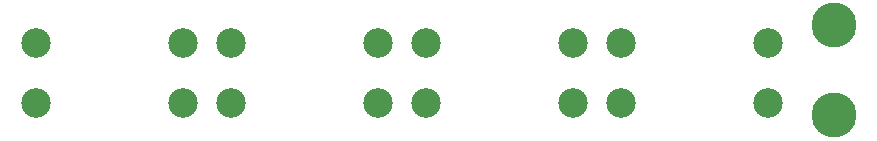
<source format=gbr>
%TF.GenerationSoftware,KiCad,Pcbnew,5.1.7-a382d34a8~88~ubuntu18.04.1*%
%TF.CreationDate,2021-04-14T12:48:07-04:00*%
%TF.ProjectId,Pressure_Switch,50726573-7375-4726-955f-537769746368,rev?*%
%TF.SameCoordinates,Original*%
%TF.FileFunction,Soldermask,Bot*%
%TF.FilePolarity,Negative*%
%FSLAX46Y46*%
G04 Gerber Fmt 4.6, Leading zero omitted, Abs format (unit mm)*
G04 Created by KiCad (PCBNEW 5.1.7-a382d34a8~88~ubuntu18.04.1) date 2021-04-14 12:48:07*
%MOMM*%
%LPD*%
G01*
G04 APERTURE LIST*
%ADD10C,2.500000*%
%ADD11C,3.800000*%
G04 APERTURE END LIST*
D10*
%TO.C,SW4*%
X140081000Y-92964000D03*
X140081000Y-87884000D03*
X152527000Y-92964000D03*
X152527000Y-87884000D03*
%TD*%
%TO.C,SW3*%
X123571000Y-92964000D03*
X123571000Y-87884000D03*
X136017000Y-92964000D03*
X136017000Y-87884000D03*
%TD*%
%TO.C,SW2*%
X107061000Y-92964000D03*
X107061000Y-87884000D03*
X119507000Y-92964000D03*
X119507000Y-87884000D03*
%TD*%
%TO.C,SW1*%
X90551000Y-92964000D03*
X90551000Y-87884000D03*
X102997000Y-92964000D03*
X102997000Y-87884000D03*
%TD*%
D11*
%TO.C,H2*%
X158115000Y-93980000D03*
%TD*%
%TO.C,H1*%
X158115000Y-86360000D03*
%TD*%
M02*

</source>
